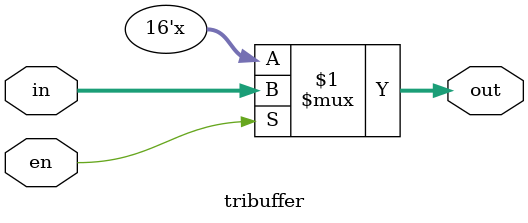
<source format=v>
`timescale 1ns / 1ps
module tribuffer #(parameter SIZE = 16)(
    input [SIZE-1:0] in,
    input en,
    output [SIZE-1:0] out
    );
	assign out = en ? in : {SIZE{1'bz}};

endmodule

</source>
